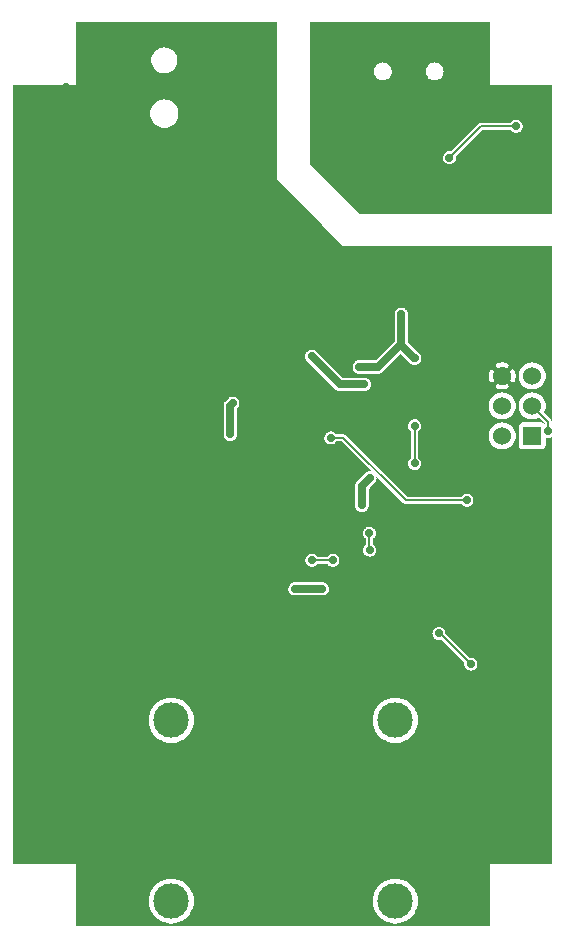
<source format=gbl>
G04 start of page 3 for group 1 idx 1 *
G04 Title: (unknown), solder *
G04 Creator: pcb 20110918 *
G04 CreationDate: So 13 Jul 2014 20:19:28 GMT UTC *
G04 For: ffg *
G04 Format: Gerber/RS-274X *
G04 PCB-Dimensions: 196850 334646 *
G04 PCB-Coordinate-Origin: lower left *
%MOIN*%
%FSLAX25Y25*%
%LNBOTTOM*%
%ADD283C,0.0630*%
%ADD282C,0.0709*%
%ADD281C,0.0787*%
%ADD280C,0.1221*%
%ADD279C,0.0394*%
%ADD278C,0.0354*%
%ADD277C,0.0138*%
%ADD276C,0.0276*%
%ADD275C,0.1181*%
%ADD274C,0.0600*%
%ADD273C,0.0250*%
%ADD272C,0.0079*%
%ADD271C,0.0001*%
G54D271*G36*
X183079Y305744D02*X187454D01*
Y262592D01*
X164331D01*
Y290777D01*
X173640D01*
X173699Y290681D01*
X173920Y290421D01*
X174180Y290200D01*
X174470Y290022D01*
X174785Y289892D01*
X175116Y289812D01*
X175456Y289785D01*
X175796Y289812D01*
X176127Y289892D01*
X176442Y290022D01*
X176732Y290200D01*
X176992Y290421D01*
X177213Y290681D01*
X177391Y290971D01*
X177521Y291286D01*
X177601Y291617D01*
X177621Y291957D01*
X177601Y292297D01*
X177521Y292628D01*
X177391Y292943D01*
X177213Y293233D01*
X176992Y293493D01*
X176806Y293651D01*
X176732Y293714D01*
X176442Y293892D01*
X176127Y294022D01*
X175796Y294102D01*
X175456Y294129D01*
X175116Y294102D01*
X174785Y294022D01*
X174470Y293892D01*
X174180Y293714D01*
X174106Y293651D01*
X173920Y293493D01*
X173699Y293233D01*
X173640Y293138D01*
X164331D01*
Y326624D01*
X166574D01*
Y305744D01*
X183079D01*
G37*
G36*
X164331Y262592D02*X148285D01*
Y307303D01*
X148290Y307302D01*
X148753Y307339D01*
X149205Y307447D01*
X149635Y307625D01*
X150031Y307868D01*
X150384Y308170D01*
X150686Y308523D01*
X150929Y308919D01*
X151107Y309349D01*
X151215Y309801D01*
X151242Y310264D01*
X151215Y310727D01*
X151107Y311179D01*
X150929Y311609D01*
X150686Y312005D01*
X150384Y312358D01*
X150031Y312660D01*
X149635Y312903D01*
X149205Y313081D01*
X148753Y313189D01*
X148290Y313226D01*
X148285Y313225D01*
Y326624D01*
X164331D01*
Y293138D01*
X163691D01*
X163645Y293141D01*
X163460Y293127D01*
X163279Y293083D01*
X163107Y293012D01*
X162949Y292915D01*
X162949Y292915D01*
X162808Y292794D01*
X162778Y292759D01*
X153661Y283643D01*
X153552Y283669D01*
X153212Y283696D01*
X152872Y283669D01*
X152541Y283589D01*
X152226Y283459D01*
X151936Y283281D01*
X151676Y283060D01*
X151455Y282800D01*
X151277Y282510D01*
X151147Y282195D01*
X151067Y281864D01*
X151040Y281524D01*
X151067Y281184D01*
X151147Y280853D01*
X151277Y280538D01*
X151455Y280248D01*
X151676Y279988D01*
X151936Y279767D01*
X152226Y279589D01*
X152541Y279459D01*
X152872Y279379D01*
X153212Y279352D01*
X153552Y279379D01*
X153883Y279459D01*
X154198Y279589D01*
X154488Y279767D01*
X154748Y279988D01*
X154969Y280248D01*
X155147Y280538D01*
X155277Y280853D01*
X155357Y281184D01*
X155377Y281524D01*
X155357Y281864D01*
X155331Y281973D01*
X164134Y290777D01*
X164331D01*
Y262592D01*
G37*
G36*
X148285D02*X130963D01*
Y307303D01*
X130968Y307302D01*
X131431Y307339D01*
X131883Y307447D01*
X132313Y307625D01*
X132709Y307868D01*
X133062Y308170D01*
X133364Y308523D01*
X133607Y308919D01*
X133785Y309349D01*
X133893Y309801D01*
X133920Y310264D01*
X133893Y310727D01*
X133785Y311179D01*
X133607Y311609D01*
X133364Y312005D01*
X133062Y312358D01*
X132709Y312660D01*
X132313Y312903D01*
X131883Y313081D01*
X131431Y313189D01*
X130968Y313226D01*
X130963Y313225D01*
Y326624D01*
X148285D01*
Y313225D01*
X147827Y313189D01*
X147375Y313081D01*
X146945Y312903D01*
X146549Y312660D01*
X146196Y312358D01*
X145894Y312005D01*
X145651Y311609D01*
X145473Y311179D01*
X145365Y310727D01*
X145328Y310264D01*
X145365Y309801D01*
X145473Y309349D01*
X145651Y308919D01*
X145894Y308523D01*
X146196Y308170D01*
X146549Y307868D01*
X146945Y307625D01*
X147375Y307447D01*
X147827Y307339D01*
X148285Y307303D01*
Y262592D01*
G37*
G36*
X130963D02*X123422D01*
X106718Y279296D01*
Y326624D01*
X130963D01*
Y313225D01*
X130505Y313189D01*
X130053Y313081D01*
X129623Y312903D01*
X129227Y312660D01*
X128874Y312358D01*
X128572Y312005D01*
X128329Y311609D01*
X128151Y311179D01*
X128043Y310727D01*
X128006Y310264D01*
X128043Y309801D01*
X128151Y309349D01*
X128329Y308919D01*
X128572Y308523D01*
X128874Y308170D01*
X129227Y307868D01*
X129623Y307625D01*
X130053Y307447D01*
X130505Y307339D01*
X130963Y307303D01*
Y262592D01*
G37*
G36*
X126570Y177734D02*X127324Y176980D01*
X126991Y177060D01*
X126638Y177088D01*
X126570Y177083D01*
Y177734D01*
G37*
G36*
X180773Y252152D02*X187454D01*
Y191955D01*
X187386Y192013D01*
X187290Y192072D01*
Y193357D01*
X187294Y193403D01*
X187280Y193588D01*
X187280Y193588D01*
X187236Y193769D01*
X187165Y193941D01*
X187068Y194099D01*
X186947Y194240D01*
X186912Y194270D01*
X184687Y196496D01*
X184802Y196684D01*
X185073Y197338D01*
X185238Y198027D01*
X185280Y198733D01*
X185238Y199439D01*
X185073Y200128D01*
X184802Y200782D01*
X184432Y201386D01*
X183972Y201925D01*
X183433Y202385D01*
X182829Y202755D01*
X182175Y203026D01*
X181486Y203191D01*
X180780Y203247D01*
X180773Y203246D01*
Y204220D01*
X180780Y204219D01*
X181486Y204275D01*
X182175Y204440D01*
X182829Y204711D01*
X183433Y205081D01*
X183972Y205541D01*
X184432Y206080D01*
X184802Y206684D01*
X185073Y207338D01*
X185238Y208027D01*
X185280Y208733D01*
X185238Y209439D01*
X185073Y210128D01*
X184802Y210782D01*
X184432Y211386D01*
X183972Y211925D01*
X183433Y212385D01*
X182829Y212755D01*
X182175Y213026D01*
X181486Y213191D01*
X180780Y213247D01*
X180773Y213246D01*
Y252152D01*
G37*
G36*
Y184240D02*X184015Y184247D01*
X184245Y184302D01*
X184463Y184392D01*
X184664Y184516D01*
X184844Y184669D01*
X184997Y184849D01*
X185121Y185050D01*
X185211Y185268D01*
X185266Y185498D01*
X185280Y185733D01*
X185274Y188259D01*
X185439Y188191D01*
X185770Y188111D01*
X186110Y188084D01*
X186450Y188111D01*
X186781Y188191D01*
X187096Y188321D01*
X187386Y188499D01*
X187454Y188557D01*
Y46136D01*
X180773D01*
Y184240D01*
G37*
G36*
X184930Y192914D02*Y192697D01*
X184844Y192797D01*
X184664Y192950D01*
X184463Y193074D01*
X184245Y193164D01*
X184015Y193219D01*
X183780Y193233D01*
X180773Y193226D01*
Y194220D01*
X180780Y194219D01*
X181486Y194275D01*
X182175Y194440D01*
X182829Y194711D01*
X183017Y194826D01*
X184930Y192914D01*
G37*
G36*
X180773Y193226D02*X177545Y193219D01*
X177315Y193164D01*
X177097Y193074D01*
X176896Y192950D01*
X176716Y192797D01*
X176563Y192617D01*
X176439Y192416D01*
X176349Y192198D01*
X176294Y191968D01*
X176280Y191733D01*
X176294Y185498D01*
X176349Y185268D01*
X176439Y185050D01*
X176563Y184849D01*
X176716Y184669D01*
X176896Y184516D01*
X177097Y184392D01*
X177315Y184302D01*
X177545Y184247D01*
X177780Y184233D01*
X180773Y184240D01*
Y46136D01*
X174393D01*
Y186035D01*
X174432Y186080D01*
X174802Y186684D01*
X175073Y187338D01*
X175238Y188027D01*
X175280Y188733D01*
X175238Y189439D01*
X175073Y190128D01*
X174802Y190782D01*
X174432Y191386D01*
X174393Y191431D01*
Y196035D01*
X174432Y196080D01*
X174802Y196684D01*
X175073Y197338D01*
X175238Y198027D01*
X175280Y198733D01*
X175238Y199439D01*
X175073Y200128D01*
X174802Y200782D01*
X174432Y201386D01*
X174393Y201431D01*
Y206586D01*
X174436Y206593D01*
X174548Y206630D01*
X174653Y206685D01*
X174748Y206755D01*
X174831Y206839D01*
X174899Y206935D01*
X174950Y207041D01*
X175098Y207449D01*
X175202Y207870D01*
X175264Y208300D01*
X175285Y208733D01*
X175264Y209166D01*
X175202Y209596D01*
X175098Y210017D01*
X174955Y210427D01*
X174902Y210533D01*
X174833Y210629D01*
X174750Y210714D01*
X174655Y210784D01*
X174549Y210839D01*
X174437Y210876D01*
X174393Y210884D01*
Y252152D01*
X180773D01*
Y213246D01*
X180074Y213191D01*
X179385Y213026D01*
X178731Y212755D01*
X178127Y212385D01*
X177588Y211925D01*
X177128Y211386D01*
X176758Y210782D01*
X176487Y210128D01*
X176322Y209439D01*
X176266Y208733D01*
X176322Y208027D01*
X176487Y207338D01*
X176758Y206684D01*
X177128Y206080D01*
X177588Y205541D01*
X178127Y205081D01*
X178731Y204711D01*
X179385Y204440D01*
X180074Y204275D01*
X180773Y204220D01*
Y203246D01*
X180074Y203191D01*
X179385Y203026D01*
X178731Y202755D01*
X178127Y202385D01*
X177588Y201925D01*
X177128Y201386D01*
X176758Y200782D01*
X176487Y200128D01*
X176322Y199439D01*
X176266Y198733D01*
X176322Y198027D01*
X176487Y197338D01*
X176758Y196684D01*
X177128Y196080D01*
X177588Y195541D01*
X178127Y195081D01*
X178731Y194711D01*
X179385Y194440D01*
X180074Y194275D01*
X180773Y194220D01*
Y193226D01*
G37*
G36*
X174393Y201431D02*X173972Y201925D01*
X173433Y202385D01*
X172829Y202755D01*
X172175Y203026D01*
X171486Y203191D01*
X170780Y203247D01*
X170773Y203246D01*
Y204228D01*
X170780Y204228D01*
X171213Y204249D01*
X171643Y204311D01*
X172064Y204415D01*
X172474Y204558D01*
X172580Y204611D01*
X172676Y204680D01*
X172761Y204763D01*
X172831Y204858D01*
X172886Y204964D01*
X172923Y205076D01*
X172943Y205193D01*
X172944Y205312D01*
X172926Y205429D01*
X172890Y205542D01*
X172837Y205648D01*
X172768Y205745D01*
X172685Y205829D01*
X172589Y205900D01*
X172484Y205954D01*
X172372Y205992D01*
X172255Y206011D01*
X172136Y206012D01*
X172019Y205994D01*
X171906Y205956D01*
X171635Y205857D01*
X171355Y205789D01*
X171069Y205747D01*
X170780Y205733D01*
X170773Y205733D01*
Y211733D01*
X170780Y211733D01*
X171069Y211719D01*
X171355Y211677D01*
X171635Y211609D01*
X171908Y211513D01*
X172019Y211475D01*
X172136Y211458D01*
X172254Y211458D01*
X172371Y211478D01*
X172483Y211515D01*
X172587Y211569D01*
X172682Y211639D01*
X172765Y211724D01*
X172834Y211820D01*
X172887Y211925D01*
X172923Y212038D01*
X172940Y212154D01*
X172939Y212272D01*
X172920Y212389D01*
X172883Y212501D01*
X172828Y212606D01*
X172758Y212701D01*
X172674Y212784D01*
X172578Y212852D01*
X172472Y212903D01*
X172064Y213051D01*
X171643Y213155D01*
X171213Y213217D01*
X170780Y213238D01*
X170773Y213238D01*
Y252152D01*
X174393D01*
Y210884D01*
X174320Y210896D01*
X174201Y210897D01*
X174084Y210879D01*
X173971Y210843D01*
X173865Y210790D01*
X173768Y210721D01*
X173684Y210638D01*
X173613Y210542D01*
X173559Y210437D01*
X173521Y210325D01*
X173502Y210208D01*
X173501Y210089D01*
X173519Y209972D01*
X173557Y209859D01*
X173656Y209588D01*
X173724Y209308D01*
X173766Y209022D01*
X173780Y208733D01*
X173766Y208444D01*
X173724Y208158D01*
X173656Y207878D01*
X173560Y207605D01*
X173522Y207494D01*
X173505Y207377D01*
X173505Y207259D01*
X173525Y207142D01*
X173562Y207030D01*
X173616Y206926D01*
X173686Y206831D01*
X173771Y206748D01*
X173867Y206679D01*
X173972Y206626D01*
X174085Y206590D01*
X174201Y206573D01*
X174319Y206574D01*
X174393Y206586D01*
Y201431D01*
G37*
G36*
Y191431D02*X173972Y191925D01*
X173433Y192385D01*
X172829Y192755D01*
X172175Y193026D01*
X171486Y193191D01*
X170780Y193247D01*
X170773Y193246D01*
Y194220D01*
X170780Y194219D01*
X171486Y194275D01*
X172175Y194440D01*
X172829Y194711D01*
X173433Y195081D01*
X173972Y195541D01*
X174393Y196035D01*
Y191431D01*
G37*
G36*
Y46136D02*X170773D01*
Y184220D01*
X170780Y184219D01*
X171486Y184275D01*
X172175Y184440D01*
X172829Y184711D01*
X173433Y185081D01*
X173972Y185541D01*
X174393Y186035D01*
Y46136D01*
G37*
G36*
X167167Y196035D02*X167588Y195541D01*
X168127Y195081D01*
X168731Y194711D01*
X169385Y194440D01*
X170074Y194275D01*
X170773Y194220D01*
Y193246D01*
X170074Y193191D01*
X169385Y193026D01*
X168731Y192755D01*
X168127Y192385D01*
X167588Y191925D01*
X167167Y191431D01*
Y196035D01*
G37*
G36*
Y252152D02*X170773D01*
Y213238D01*
X170347Y213217D01*
X169917Y213155D01*
X169496Y213051D01*
X169086Y212908D01*
X168980Y212855D01*
X168884Y212786D01*
X168799Y212703D01*
X168729Y212608D01*
X168674Y212502D01*
X168637Y212390D01*
X168617Y212273D01*
X168616Y212154D01*
X168634Y212037D01*
X168670Y211924D01*
X168723Y211818D01*
X168792Y211721D01*
X168875Y211637D01*
X168971Y211566D01*
X169076Y211512D01*
X169188Y211474D01*
X169305Y211455D01*
X169424Y211454D01*
X169541Y211472D01*
X169654Y211510D01*
X169925Y211609D01*
X170205Y211677D01*
X170491Y211719D01*
X170773Y211733D01*
Y205733D01*
X170491Y205747D01*
X170205Y205789D01*
X169925Y205857D01*
X169652Y205953D01*
X169541Y205991D01*
X169424Y206008D01*
X169306Y206008D01*
X169189Y205988D01*
X169077Y205951D01*
X168973Y205897D01*
X168878Y205827D01*
X168795Y205742D01*
X168726Y205646D01*
X168673Y205541D01*
X168637Y205428D01*
X168620Y205312D01*
X168621Y205194D01*
X168640Y205077D01*
X168677Y204965D01*
X168732Y204860D01*
X168802Y204765D01*
X168886Y204682D01*
X168982Y204614D01*
X169088Y204563D01*
X169496Y204415D01*
X169917Y204311D01*
X170347Y204249D01*
X170773Y204228D01*
Y203246D01*
X170074Y203191D01*
X169385Y203026D01*
X168731Y202755D01*
X168127Y202385D01*
X167588Y201925D01*
X167167Y201431D01*
Y206582D01*
X167240Y206570D01*
X167359Y206569D01*
X167476Y206587D01*
X167589Y206623D01*
X167695Y206676D01*
X167792Y206745D01*
X167876Y206828D01*
X167947Y206924D01*
X168001Y207029D01*
X168039Y207141D01*
X168058Y207258D01*
X168059Y207377D01*
X168041Y207494D01*
X168003Y207607D01*
X167904Y207878D01*
X167836Y208158D01*
X167794Y208444D01*
X167780Y208733D01*
X167794Y209022D01*
X167836Y209308D01*
X167904Y209588D01*
X168000Y209861D01*
X168038Y209972D01*
X168055Y210089D01*
X168055Y210207D01*
X168035Y210324D01*
X167998Y210436D01*
X167944Y210540D01*
X167874Y210635D01*
X167789Y210718D01*
X167693Y210787D01*
X167588Y210840D01*
X167475Y210876D01*
X167359Y210893D01*
X167241Y210892D01*
X167167Y210880D01*
Y252152D01*
G37*
G36*
X170773Y46136D02*X167167D01*
Y186035D01*
X167588Y185541D01*
X168127Y185081D01*
X168731Y184711D01*
X169385Y184440D01*
X170074Y184275D01*
X170773Y184220D01*
Y46136D01*
G37*
G36*
X167167D02*X166574D01*
Y25256D01*
X155022D01*
Y116336D01*
X158212Y113146D01*
X158186Y113037D01*
X158159Y112697D01*
X158186Y112357D01*
X158266Y112026D01*
X158396Y111711D01*
X158574Y111421D01*
X158795Y111161D01*
X159055Y110940D01*
X159345Y110762D01*
X159660Y110632D01*
X159991Y110552D01*
X160331Y110525D01*
X160671Y110552D01*
X161002Y110632D01*
X161317Y110762D01*
X161607Y110940D01*
X161867Y111161D01*
X162088Y111421D01*
X162266Y111711D01*
X162396Y112026D01*
X162476Y112357D01*
X162496Y112697D01*
X162476Y113037D01*
X162396Y113368D01*
X162266Y113683D01*
X162088Y113973D01*
X161867Y114233D01*
X161607Y114454D01*
X161317Y114632D01*
X161002Y114762D01*
X160671Y114842D01*
X160331Y114869D01*
X159991Y114842D01*
X159882Y114816D01*
X155022Y119675D01*
Y166060D01*
X157290D01*
X157298Y166047D01*
X157520Y165788D01*
X157779Y165566D01*
X158069Y165388D01*
X158384Y165258D01*
X158715Y165178D01*
X159055Y165151D01*
X159395Y165178D01*
X159726Y165258D01*
X160041Y165388D01*
X160332Y165566D01*
X160591Y165788D01*
X160812Y166047D01*
X160990Y166337D01*
X161121Y166652D01*
X161200Y166983D01*
X161220Y167323D01*
X161200Y167663D01*
X161121Y167994D01*
X160990Y168309D01*
X160812Y168600D01*
X160591Y168859D01*
X160332Y169080D01*
X160041Y169258D01*
X159726Y169389D01*
X159395Y169468D01*
X159055Y169495D01*
X158715Y169468D01*
X158384Y169389D01*
X158069Y169258D01*
X157779Y169080D01*
X157520Y168859D01*
X157298Y168600D01*
X157188Y168421D01*
X155022D01*
Y252152D01*
X167167D01*
Y210880D01*
X167124Y210873D01*
X167012Y210836D01*
X166907Y210781D01*
X166812Y210711D01*
X166729Y210627D01*
X166661Y210531D01*
X166610Y210425D01*
X166462Y210017D01*
X166358Y209596D01*
X166296Y209166D01*
X166275Y208733D01*
X166296Y208300D01*
X166358Y207870D01*
X166462Y207449D01*
X166605Y207039D01*
X166658Y206933D01*
X166727Y206837D01*
X166810Y206752D01*
X166905Y206682D01*
X167011Y206627D01*
X167123Y206590D01*
X167167Y206582D01*
Y201431D01*
X167128Y201386D01*
X166758Y200782D01*
X166487Y200128D01*
X166322Y199439D01*
X166266Y198733D01*
X166322Y198027D01*
X166487Y197338D01*
X166758Y196684D01*
X167128Y196080D01*
X167167Y196035D01*
Y191431D01*
X167128Y191386D01*
X166758Y190782D01*
X166487Y190128D01*
X166322Y189439D01*
X166266Y188733D01*
X166322Y188027D01*
X166487Y187338D01*
X166758Y186684D01*
X167128Y186080D01*
X167167Y186035D01*
Y46136D01*
G37*
G36*
X155022Y168421D02*X141595D01*
Y177384D01*
X141598Y177383D01*
X141938Y177410D01*
X142269Y177490D01*
X142584Y177620D01*
X142874Y177798D01*
X143134Y178019D01*
X143355Y178279D01*
X143533Y178569D01*
X143663Y178884D01*
X143743Y179215D01*
X143763Y179555D01*
X143743Y179895D01*
X143663Y180226D01*
X143533Y180541D01*
X143355Y180831D01*
X143134Y181091D01*
X142874Y181312D01*
X142778Y181371D01*
Y190338D01*
X142874Y190397D01*
X143134Y190618D01*
X143355Y190878D01*
X143533Y191168D01*
X143663Y191483D01*
X143743Y191814D01*
X143763Y192154D01*
X143743Y192494D01*
X143663Y192825D01*
X143533Y193140D01*
X143355Y193430D01*
X143134Y193690D01*
X142874Y193911D01*
X142584Y194089D01*
X142269Y194219D01*
X141938Y194299D01*
X141598Y194326D01*
X141595Y194325D01*
Y212493D01*
X141710Y212484D01*
X142050Y212511D01*
X142381Y212591D01*
X142696Y212721D01*
X142986Y212899D01*
X143246Y213120D01*
X143467Y213380D01*
X143645Y213670D01*
X143775Y213985D01*
X143855Y214316D01*
X143875Y214656D01*
X143855Y214996D01*
X143775Y215327D01*
X143645Y215642D01*
X143467Y215932D01*
X143246Y216192D01*
X143218Y216215D01*
X143101Y216347D01*
X141595Y217853D01*
Y252152D01*
X155022D01*
Y168421D01*
G37*
G36*
Y25256D02*X141595D01*
Y29857D01*
X141865Y30297D01*
X142315Y31385D01*
X142590Y32530D01*
X142660Y33704D01*
X142590Y34878D01*
X142315Y36023D01*
X141865Y37111D01*
X141595Y37551D01*
Y90093D01*
X141865Y90533D01*
X142315Y91621D01*
X142590Y92766D01*
X142660Y93940D01*
X142590Y95114D01*
X142315Y96259D01*
X141865Y97347D01*
X141595Y97787D01*
Y166060D01*
X155022D01*
Y119675D01*
X151879Y122818D01*
X151885Y122915D01*
X151865Y123255D01*
X151785Y123586D01*
X151655Y123901D01*
X151477Y124191D01*
X151256Y124451D01*
X150996Y124672D01*
X150706Y124850D01*
X150391Y124980D01*
X150060Y125060D01*
X149720Y125087D01*
X149380Y125060D01*
X149049Y124980D01*
X148734Y124850D01*
X148444Y124672D01*
X148184Y124451D01*
X147963Y124191D01*
X147785Y123901D01*
X147655Y123586D01*
X147575Y123255D01*
X147548Y122915D01*
X147575Y122575D01*
X147655Y122244D01*
X147785Y121929D01*
X147963Y121639D01*
X148184Y121379D01*
X148444Y121158D01*
X148734Y120980D01*
X149049Y120850D01*
X149380Y120770D01*
X149720Y120743D01*
X150060Y120770D01*
X150391Y120850D01*
X150474Y120884D01*
X155022Y116336D01*
Y25256D01*
G37*
G36*
X141595Y217853D02*X139460Y219988D01*
Y229256D01*
X139439Y229609D01*
X139356Y229953D01*
X139221Y230281D01*
X139036Y230583D01*
X138806Y230852D01*
X138537Y231082D01*
X138235Y231267D01*
X137907Y231402D01*
X137563Y231485D01*
X137210Y231513D01*
X136857Y231485D01*
X136513Y231402D01*
X136185Y231267D01*
X135883Y231082D01*
X135614Y230852D01*
X135384Y230583D01*
X135199Y230281D01*
X135170Y230210D01*
X135144Y230168D01*
X135014Y229853D01*
X134934Y229522D01*
X134907Y229182D01*
X134934Y228842D01*
X134960Y228734D01*
Y220388D01*
X128578Y214006D01*
X126570D01*
Y252152D01*
X141595D01*
Y217853D01*
G37*
G36*
Y168421D02*X139223D01*
X126570Y181073D01*
Y204553D01*
X126636Y204629D01*
X126821Y204931D01*
X126956Y205259D01*
X127039Y205603D01*
X127067Y205956D01*
X127039Y206309D01*
X126956Y206653D01*
X126821Y206981D01*
X126636Y207283D01*
X126570Y207359D01*
Y209506D01*
X129422D01*
X129510Y209499D01*
X129863Y209527D01*
X129863Y209527D01*
X130207Y209610D01*
X130535Y209745D01*
X130837Y209930D01*
X131106Y210160D01*
X131163Y210227D01*
X137010Y216074D01*
X139919Y213165D01*
X140183Y212930D01*
X140485Y212745D01*
X140813Y212610D01*
X141157Y212527D01*
X141510Y212499D01*
X141516Y212500D01*
X141595Y212493D01*
Y194325D01*
X141258Y194299D01*
X140927Y194219D01*
X140612Y194089D01*
X140322Y193911D01*
X140062Y193690D01*
X139841Y193430D01*
X139663Y193140D01*
X139533Y192825D01*
X139453Y192494D01*
X139426Y192154D01*
X139453Y191814D01*
X139533Y191483D01*
X139663Y191168D01*
X139841Y190878D01*
X140062Y190618D01*
X140322Y190397D01*
X140417Y190338D01*
Y181371D01*
X140322Y181312D01*
X140062Y181091D01*
X139841Y180831D01*
X139663Y180541D01*
X139533Y180226D01*
X139453Y179895D01*
X139426Y179555D01*
X139453Y179215D01*
X139533Y178884D01*
X139663Y178569D01*
X139841Y178279D01*
X140062Y178019D01*
X140322Y177798D01*
X140612Y177620D01*
X140927Y177490D01*
X141258Y177410D01*
X141595Y177384D01*
Y168421D01*
G37*
G36*
Y25256D02*X126570D01*
Y148541D01*
X126614Y148537D01*
X126954Y148564D01*
X127285Y148644D01*
X127600Y148774D01*
X127891Y148952D01*
X128150Y149173D01*
X128371Y149433D01*
X128549Y149723D01*
X128680Y150038D01*
X128759Y150369D01*
X128779Y150709D01*
X128759Y151049D01*
X128680Y151380D01*
X128549Y151695D01*
X128371Y151985D01*
X128150Y152245D01*
X127891Y152466D01*
X127714Y152574D01*
Y154504D01*
X127809Y154563D01*
X128069Y154784D01*
X128290Y155044D01*
X128468Y155334D01*
X128598Y155649D01*
X128678Y155980D01*
X128698Y156320D01*
X128678Y156660D01*
X128598Y156991D01*
X128468Y157306D01*
X128290Y157596D01*
X128069Y157856D01*
X127809Y158077D01*
X127519Y158255D01*
X127204Y158385D01*
X126873Y158465D01*
X126570Y158489D01*
Y171534D01*
X128167Y173131D01*
X128234Y173188D01*
X128464Y173457D01*
X128464Y173457D01*
X128649Y173759D01*
X128784Y174087D01*
X128867Y174431D01*
X128895Y174784D01*
X128878Y174996D01*
X128867Y175184D01*
X128787Y175517D01*
X137867Y166438D01*
X137897Y166403D01*
X138038Y166282D01*
X138196Y166185D01*
X138368Y166114D01*
X138549Y166070D01*
X138549Y166070D01*
X138734Y166056D01*
X138780Y166060D01*
X141595D01*
Y97787D01*
X141250Y98350D01*
X140485Y99246D01*
X139589Y100011D01*
X138586Y100626D01*
X137498Y101076D01*
X136353Y101351D01*
X135179Y101444D01*
X134005Y101351D01*
X132860Y101076D01*
X131772Y100626D01*
X130769Y100011D01*
X129873Y99246D01*
X129108Y98350D01*
X128493Y97347D01*
X128043Y96259D01*
X127768Y95114D01*
X127675Y93940D01*
X127768Y92766D01*
X128043Y91621D01*
X128493Y90533D01*
X129108Y89530D01*
X129873Y88634D01*
X130769Y87869D01*
X131772Y87254D01*
X132860Y86804D01*
X134005Y86529D01*
X135179Y86436D01*
X136353Y86529D01*
X137498Y86804D01*
X138586Y87254D01*
X139589Y87869D01*
X140485Y88634D01*
X141250Y89530D01*
X141595Y90093D01*
Y37551D01*
X141250Y38114D01*
X140485Y39010D01*
X139589Y39775D01*
X138586Y40390D01*
X137498Y40840D01*
X136353Y41115D01*
X135179Y41208D01*
X134005Y41115D01*
X132860Y40840D01*
X131772Y40390D01*
X130769Y39775D01*
X129873Y39010D01*
X129108Y38114D01*
X128493Y37111D01*
X128043Y36023D01*
X127768Y34878D01*
X127675Y33704D01*
X127768Y32530D01*
X128043Y31385D01*
X128493Y30297D01*
X129108Y29294D01*
X129873Y28398D01*
X130769Y27633D01*
X131772Y27018D01*
X132860Y26568D01*
X134005Y26293D01*
X135179Y26200D01*
X136353Y26293D01*
X137498Y26568D01*
X138586Y27018D01*
X139589Y27633D01*
X140485Y28398D01*
X141250Y29294D01*
X141595Y29857D01*
Y25256D01*
G37*
G36*
X126570Y207359D02*X126406Y207552D01*
X126137Y207782D01*
X125835Y207967D01*
X125507Y208102D01*
X125163Y208185D01*
X124810Y208206D01*
X117522D01*
X110833Y214895D01*
Y259173D01*
X117854Y252152D01*
X126570D01*
Y214006D01*
X123210D01*
X122857Y213985D01*
X122513Y213902D01*
X122185Y213767D01*
X121883Y213582D01*
X121614Y213352D01*
X121384Y213083D01*
X121199Y212781D01*
X121064Y212453D01*
X120981Y212109D01*
X120953Y211756D01*
X120981Y211403D01*
X121064Y211059D01*
X121199Y210731D01*
X121384Y210429D01*
X121614Y210160D01*
X121883Y209930D01*
X122185Y209745D01*
X122513Y209610D01*
X122857Y209527D01*
X123210Y209506D01*
X126570D01*
Y207359D01*
G37*
G36*
Y25256D02*X110833D01*
Y135600D01*
X111166Y135620D01*
X111510Y135703D01*
X111838Y135838D01*
X112140Y136023D01*
X112409Y136253D01*
X112639Y136522D01*
X112824Y136824D01*
X112959Y137152D01*
X113042Y137496D01*
X113070Y137849D01*
X113042Y138202D01*
X112959Y138546D01*
X112824Y138874D01*
X112639Y139176D01*
X112409Y139445D01*
X112140Y139675D01*
X111838Y139860D01*
X111510Y139995D01*
X111166Y140078D01*
X110833Y140098D01*
Y146100D01*
X112534D01*
X112593Y146005D01*
X112814Y145745D01*
X113074Y145524D01*
X113364Y145346D01*
X113679Y145216D01*
X114010Y145136D01*
X114350Y145109D01*
X114690Y145136D01*
X115021Y145216D01*
X115336Y145346D01*
X115626Y145524D01*
X115886Y145745D01*
X116107Y146005D01*
X116285Y146295D01*
X116415Y146610D01*
X116495Y146941D01*
X116515Y147281D01*
X116495Y147621D01*
X116415Y147952D01*
X116285Y148267D01*
X116107Y148557D01*
X115886Y148817D01*
X115626Y149038D01*
X115336Y149216D01*
X115021Y149346D01*
X114690Y149426D01*
X114350Y149453D01*
X114010Y149426D01*
X113679Y149346D01*
X113364Y149216D01*
X113074Y149038D01*
X112814Y148817D01*
X112593Y148557D01*
X112534Y148462D01*
X110833D01*
Y208531D01*
X114937Y204427D01*
X114994Y204360D01*
X115263Y204130D01*
X115263Y204130D01*
X115565Y203945D01*
X115893Y203810D01*
X116237Y203727D01*
X116590Y203699D01*
X116678Y203706D01*
X124810D01*
X125163Y203727D01*
X125507Y203810D01*
X125835Y203945D01*
X126137Y204130D01*
X126406Y204360D01*
X126570Y204553D01*
Y181073D01*
X118721Y188922D01*
X118691Y188957D01*
X118550Y189078D01*
X118392Y189175D01*
X118220Y189246D01*
X118039Y189290D01*
X118039Y189290D01*
X117854Y189304D01*
X117808Y189301D01*
X115494D01*
X115435Y189396D01*
X115214Y189656D01*
X114954Y189877D01*
X114664Y190055D01*
X114349Y190185D01*
X114018Y190265D01*
X113678Y190292D01*
X113338Y190265D01*
X113007Y190185D01*
X112692Y190055D01*
X112402Y189877D01*
X112142Y189656D01*
X111921Y189396D01*
X111743Y189106D01*
X111613Y188791D01*
X111533Y188460D01*
X111506Y188120D01*
X111533Y187780D01*
X111613Y187449D01*
X111743Y187134D01*
X111921Y186844D01*
X112142Y186584D01*
X112402Y186363D01*
X112692Y186185D01*
X113007Y186055D01*
X113338Y185975D01*
X113678Y185948D01*
X114018Y185975D01*
X114349Y186055D01*
X114664Y186185D01*
X114954Y186363D01*
X115214Y186584D01*
X115435Y186844D01*
X115494Y186940D01*
X117365D01*
X126570Y177734D01*
Y177083D01*
X126285Y177060D01*
X125941Y176977D01*
X125613Y176842D01*
X125311Y176657D01*
X125042Y176427D01*
X124812Y176158D01*
X124784Y176112D01*
X122471Y173799D01*
X122404Y173742D01*
X122174Y173473D01*
X121989Y173171D01*
X121854Y172843D01*
X121771Y172499D01*
X121771Y172499D01*
X121743Y172146D01*
X121750Y172058D01*
Y165646D01*
X121771Y165293D01*
X121854Y164949D01*
X121989Y164621D01*
X122174Y164319D01*
X122404Y164050D01*
X122673Y163820D01*
X122975Y163635D01*
X123303Y163500D01*
X123647Y163417D01*
X124000Y163389D01*
X124353Y163417D01*
X124697Y163500D01*
X125025Y163635D01*
X125327Y163820D01*
X125596Y164050D01*
X125826Y164319D01*
X126011Y164621D01*
X126146Y164949D01*
X126229Y165293D01*
X126250Y165646D01*
Y171214D01*
X126570Y171534D01*
Y158489D01*
X126533Y158492D01*
X126193Y158465D01*
X125862Y158385D01*
X125547Y158255D01*
X125257Y158077D01*
X124997Y157856D01*
X124776Y157596D01*
X124598Y157306D01*
X124468Y156991D01*
X124388Y156660D01*
X124361Y156320D01*
X124388Y155980D01*
X124468Y155649D01*
X124598Y155334D01*
X124776Y155044D01*
X124997Y154784D01*
X125257Y154563D01*
X125352Y154504D01*
Y152475D01*
X125338Y152466D01*
X125079Y152245D01*
X124857Y151985D01*
X124679Y151695D01*
X124549Y151380D01*
X124469Y151049D01*
X124442Y150709D01*
X124469Y150369D01*
X124549Y150038D01*
X124679Y149723D01*
X124857Y149433D01*
X125079Y149173D01*
X125338Y148952D01*
X125628Y148774D01*
X125943Y148644D01*
X126274Y148564D01*
X126570Y148541D01*
Y25256D01*
G37*
G36*
X110833D02*X80532D01*
Y187108D01*
X80856Y187186D01*
X81184Y187321D01*
X81486Y187506D01*
X81755Y187736D01*
X81985Y188005D01*
X82170Y188307D01*
X82305Y188635D01*
X82388Y188979D01*
X82409Y189332D01*
Y197928D01*
X82496Y198016D01*
X82731Y198280D01*
X82916Y198582D01*
X83052Y198909D01*
X83135Y199254D01*
X83162Y199607D01*
X83135Y199960D01*
X83052Y200304D01*
X82916Y200631D01*
X82731Y200933D01*
X82501Y201203D01*
X82232Y201433D01*
X81930Y201618D01*
X81603Y201753D01*
X81259Y201836D01*
X80906Y201864D01*
X80552Y201836D01*
X80532Y201831D01*
Y326624D01*
X95582D01*
Y274424D01*
X110833Y259173D01*
Y214895D01*
X108867Y216861D01*
X108603Y217096D01*
X108301Y217281D01*
X107973Y217416D01*
X107629Y217499D01*
X107276Y217527D01*
X106923Y217499D01*
X106579Y217416D01*
X106251Y217281D01*
X105949Y217096D01*
X105680Y216866D01*
X105450Y216597D01*
X105265Y216295D01*
X105130Y215967D01*
X105047Y215623D01*
X105019Y215270D01*
X105047Y214917D01*
X105130Y214573D01*
X105265Y214245D01*
X105450Y213943D01*
X105685Y213679D01*
X110833Y208531D01*
Y148462D01*
X109164D01*
X109080Y148600D01*
X108858Y148859D01*
X108599Y149080D01*
X108309Y149258D01*
X107994Y149389D01*
X107663Y149468D01*
X107323Y149495D01*
X106983Y149468D01*
X106652Y149389D01*
X106337Y149258D01*
X106046Y149080D01*
X105787Y148859D01*
X105566Y148600D01*
X105388Y148309D01*
X105257Y147994D01*
X105178Y147663D01*
X105151Y147323D01*
X105178Y146983D01*
X105257Y146652D01*
X105388Y146337D01*
X105566Y146047D01*
X105787Y145788D01*
X106046Y145566D01*
X106337Y145388D01*
X106652Y145258D01*
X106983Y145178D01*
X107323Y145151D01*
X107663Y145178D01*
X107994Y145258D01*
X108309Y145388D01*
X108599Y145566D01*
X108858Y145788D01*
X109080Y146047D01*
X109113Y146100D01*
X110833D01*
Y140098D01*
X110813Y140099D01*
X101774D01*
X101421Y140078D01*
X101077Y139995D01*
X100749Y139860D01*
X100447Y139675D01*
X100178Y139445D01*
X99948Y139176D01*
X99763Y138874D01*
X99628Y138546D01*
X99545Y138202D01*
X99517Y137849D01*
X99545Y137496D01*
X99628Y137152D01*
X99763Y136824D01*
X99948Y136522D01*
X100178Y136253D01*
X100447Y136023D01*
X100749Y135838D01*
X101077Y135703D01*
X101421Y135620D01*
X101774Y135599D01*
X110813D01*
X110833Y135600D01*
Y25256D01*
G37*
G36*
X80532D02*X60497D01*
Y26201D01*
X60509Y26200D01*
X61683Y26293D01*
X62828Y26568D01*
X63916Y27018D01*
X64919Y27633D01*
X65815Y28398D01*
X66580Y29294D01*
X67195Y30297D01*
X67645Y31385D01*
X67920Y32530D01*
X67990Y33704D01*
X67920Y34878D01*
X67645Y36023D01*
X67195Y37111D01*
X66580Y38114D01*
X65815Y39010D01*
X64919Y39775D01*
X63916Y40390D01*
X62828Y40840D01*
X61683Y41115D01*
X60509Y41208D01*
X60497Y41207D01*
Y86437D01*
X60509Y86436D01*
X61683Y86529D01*
X62828Y86804D01*
X63916Y87254D01*
X64919Y87869D01*
X65815Y88634D01*
X66580Y89530D01*
X67195Y90533D01*
X67645Y91621D01*
X67920Y92766D01*
X67990Y93940D01*
X67920Y95114D01*
X67645Y96259D01*
X67195Y97347D01*
X66580Y98350D01*
X65815Y99246D01*
X64919Y100011D01*
X63916Y100626D01*
X62828Y101076D01*
X61683Y101351D01*
X60509Y101444D01*
X60497Y101443D01*
Y292093D01*
X60937Y292362D01*
X61502Y292845D01*
X61985Y293410D01*
X62374Y294045D01*
X62658Y294732D01*
X62832Y295455D01*
X62876Y296196D01*
X62832Y296937D01*
X62658Y297660D01*
X62374Y298347D01*
X61985Y298982D01*
X61502Y299547D01*
X60937Y300030D01*
X60497Y300299D01*
Y310272D01*
X60704Y310399D01*
X61223Y310841D01*
X61665Y311360D01*
X62021Y311941D01*
X62282Y312571D01*
X62441Y313233D01*
X62482Y313913D01*
X62441Y314593D01*
X62282Y315255D01*
X62021Y315885D01*
X61665Y316466D01*
X61223Y316985D01*
X60704Y317427D01*
X60497Y317554D01*
Y326624D01*
X80532D01*
Y201831D01*
X80208Y201753D01*
X79881Y201618D01*
X79579Y201433D01*
X79315Y201198D01*
X78630Y200513D01*
X78563Y200456D01*
X78333Y200187D01*
X78148Y199885D01*
X78013Y199558D01*
X77930Y199213D01*
X77930Y199213D01*
X77902Y198860D01*
X77909Y198772D01*
Y189332D01*
X77930Y188979D01*
X78013Y188635D01*
X78148Y188307D01*
X78333Y188005D01*
X78563Y187736D01*
X78832Y187506D01*
X79134Y187321D01*
X79462Y187186D01*
X79806Y187103D01*
X80159Y187075D01*
X80512Y187103D01*
X80532Y187108D01*
Y25256D01*
G37*
G36*
X60497D02*X28766D01*
Y46136D01*
X7886D01*
Y305744D01*
X28766D01*
Y326624D01*
X60497D01*
Y317554D01*
X60123Y317783D01*
X59493Y318044D01*
X58831Y318203D01*
X58151Y318257D01*
X57471Y318203D01*
X56809Y318044D01*
X56179Y317783D01*
X55598Y317427D01*
X55079Y316985D01*
X54637Y316466D01*
X54281Y315885D01*
X54020Y315255D01*
X53861Y314593D01*
X53807Y313913D01*
X53861Y313233D01*
X54020Y312571D01*
X54281Y311941D01*
X54637Y311360D01*
X55079Y310841D01*
X55598Y310399D01*
X56179Y310043D01*
X56809Y309782D01*
X57471Y309623D01*
X58151Y309569D01*
X58831Y309623D01*
X59493Y309782D01*
X60123Y310043D01*
X60497Y310272D01*
Y300299D01*
X60302Y300419D01*
X59615Y300703D01*
X58892Y300877D01*
X58151Y300935D01*
X57410Y300877D01*
X56687Y300703D01*
X56000Y300419D01*
X55365Y300030D01*
X54800Y299547D01*
X54317Y298982D01*
X53928Y298347D01*
X53644Y297660D01*
X53470Y296937D01*
X53412Y296196D01*
X53470Y295455D01*
X53644Y294732D01*
X53928Y294045D01*
X54317Y293410D01*
X54800Y292845D01*
X55365Y292362D01*
X56000Y291973D01*
X56687Y291689D01*
X57410Y291515D01*
X58151Y291457D01*
X58892Y291515D01*
X59615Y291689D01*
X60302Y291973D01*
X60497Y292093D01*
Y101443D01*
X59335Y101351D01*
X58190Y101076D01*
X57102Y100626D01*
X56099Y100011D01*
X55203Y99246D01*
X54438Y98350D01*
X53823Y97347D01*
X53373Y96259D01*
X53098Y95114D01*
X53005Y93940D01*
X53098Y92766D01*
X53373Y91621D01*
X53823Y90533D01*
X54438Y89530D01*
X55203Y88634D01*
X56099Y87869D01*
X57102Y87254D01*
X58190Y86804D01*
X59335Y86529D01*
X60497Y86437D01*
Y41207D01*
X59335Y41115D01*
X58190Y40840D01*
X57102Y40390D01*
X56099Y39775D01*
X55203Y39010D01*
X54438Y38114D01*
X53823Y37111D01*
X53373Y36023D01*
X53098Y34878D01*
X53005Y33704D01*
X53098Y32530D01*
X53373Y31385D01*
X53823Y30297D01*
X54438Y29294D01*
X55203Y28398D01*
X56099Y27633D01*
X57102Y27018D01*
X58190Y26568D01*
X59335Y26293D01*
X60497Y26201D01*
Y25256D01*
G37*
G54D272*X163645Y291957D02*X153212Y281524D01*
X175456Y291957D02*X163645D01*
X186110Y193403D02*X180780Y198733D01*
X186110Y190256D02*Y193403D01*
X113678Y188120D02*X117854D01*
G54D273*X116590Y205956D02*X107276Y215270D01*
X124810Y205956D02*X116590D01*
X129510Y211756D02*X137210Y219456D01*
X123210Y211756D02*X129510D01*
X137210Y219056D02*X141510Y214756D01*
X137210Y229256D02*Y219056D01*
G54D272*X138734Y167240D02*X158918D01*
X117854Y188120D02*X138734Y167240D01*
X141598Y179555D02*Y192154D01*
G54D273*X126638Y174831D02*Y174784D01*
X124000Y172146D01*
G54D272*X107276Y147281D02*X114350D01*
G54D273*X101774Y137849D02*X110813D01*
G54D272*X126533Y156320D02*Y150425D01*
X150113Y122915D02*X160331Y112697D01*
X149720Y122915D02*X150113D01*
G54D273*X124000Y172146D02*Y165646D01*
X80159Y189332D02*Y198860D01*
X80906Y199607D01*
G54D271*G36*
X177780Y191733D02*Y185733D01*
X183780D01*
Y191733D01*
X177780D01*
G37*
G54D274*X170780Y188733D03*
X180780Y198733D03*
X170780D03*
X180780Y208733D03*
X170780D03*
G54D275*X60509Y33704D03*
Y93940D03*
X135179Y33704D03*
Y93940D03*
G54D276*X164486Y28040D03*
Y32216D03*
X160310Y28040D03*
Y32216D03*
X164486Y44744D03*
Y36392D03*
Y40568D03*
X160310Y36392D03*
Y40568D03*
Y44744D03*
X140023Y160264D03*
X140220Y153374D03*
X186110Y190256D03*
X181500Y153146D03*
X163780Y149607D03*
X159055Y167323D03*
X141795Y116366D03*
X149720Y122915D03*
X155968Y109280D03*
X160331Y112697D03*
X174670Y131918D03*
X172441Y118307D03*
X168662Y48920D03*
X185366D03*
X181190D03*
X177014D03*
X172838D03*
X164486D03*
X160310D03*
Y53096D03*
Y57272D03*
X168662Y61448D03*
X164486D03*
X168662Y65624D03*
X164486D03*
X160310Y61448D03*
Y65624D03*
X185366Y61448D03*
Y53096D03*
Y57272D03*
X181190Y61448D03*
Y65624D03*
X177014Y61448D03*
Y65624D03*
X185366D03*
X181190Y53096D03*
Y57272D03*
X177014Y53096D03*
Y57272D03*
X172838Y61448D03*
Y65624D03*
X9974Y282776D03*
Y271640D03*
X12758Y288344D03*
Y266072D03*
X18326D03*
X25286Y277208D03*
X18326D03*
X12758D03*
X14846Y271640D03*
X19718D03*
X11366Y199256D03*
X16934D03*
Y210392D03*
X11366D03*
Y215960D03*
X16934D03*
X11366Y221528D03*
X16934D03*
Y227096D03*
X11366D03*
X16934Y232664D03*
Y238232D03*
Y243800D03*
Y254936D03*
Y260504D03*
X11366Y232664D03*
Y238232D03*
Y243800D03*
Y254936D03*
Y260504D03*
X25286Y282776D03*
X19718D03*
X14846D03*
X18326Y288344D03*
X25286D03*
Y293912D03*
Y299480D03*
Y305048D03*
X14150Y293912D03*
X19718D03*
X18326Y299480D03*
X12758D03*
X47558Y288344D03*
Y293912D03*
Y299480D03*
X41990D03*
Y293912D03*
X36422Y299480D03*
Y305048D03*
X30854Y299480D03*
Y305048D03*
X41990D03*
X47558D03*
Y310616D03*
Y316184D03*
X41990Y310616D03*
Y316184D03*
X47558Y321752D03*
X41990D03*
X36422D03*
X30854D03*
X11366Y126872D03*
X16934D03*
X11366Y132440D03*
Y138008D03*
Y143576D03*
X16934Y132440D03*
Y138008D03*
Y143576D03*
Y154712D03*
Y160280D03*
X11366Y154712D03*
Y160280D03*
Y165848D03*
Y188120D03*
Y193688D03*
X16934Y165848D03*
Y188120D03*
Y193688D03*
X30854Y282776D03*
X36422D03*
X41990D03*
Y288344D03*
X58330Y266169D03*
X113678Y188120D03*
X88252Y171681D03*
X111283Y177390D03*
X88842Y142154D03*
X134315Y179162D03*
X103606Y156721D03*
X126638Y174831D03*
X124000Y165646D03*
X126533Y156320D03*
X114350Y147281D03*
X110813Y137849D03*
X107323Y147323D03*
X101774Y137849D03*
X126614Y150709D03*
X157346Y173847D03*
X151441Y221287D03*
X154590Y197075D03*
X141598Y192154D03*
Y179555D03*
X141710Y214656D03*
X76834Y211642D03*
X124810Y205956D03*
X123210Y211756D03*
X131693Y206300D03*
X107149Y202587D03*
X105968Y226996D03*
X97307Y223453D03*
X114039Y246681D03*
X92976D03*
X96913Y197469D03*
X80159Y189332D03*
X89567Y193504D03*
X80906Y199607D03*
X107276Y215270D03*
X137079Y229182D03*
X130382Y295304D03*
X131078Y280688D03*
X124814Y302264D03*
Y309224D03*
X156830Y308528D03*
X161702D03*
X165182Y302264D03*
X130382D03*
X124814Y295304D03*
X115766D03*
Y302264D03*
Y309224D03*
Y316184D03*
Y323144D03*
X124814D03*
Y316184D03*
X126206Y272336D03*
X179102Y276512D03*
X147782Y278600D03*
X175456Y291957D03*
X153212Y281524D03*
X160500Y282146D03*
G54D277*G54D278*G54D279*G54D280*G54D281*G54D282*G54D281*G54D283*G54D278*G54D280*M02*

</source>
